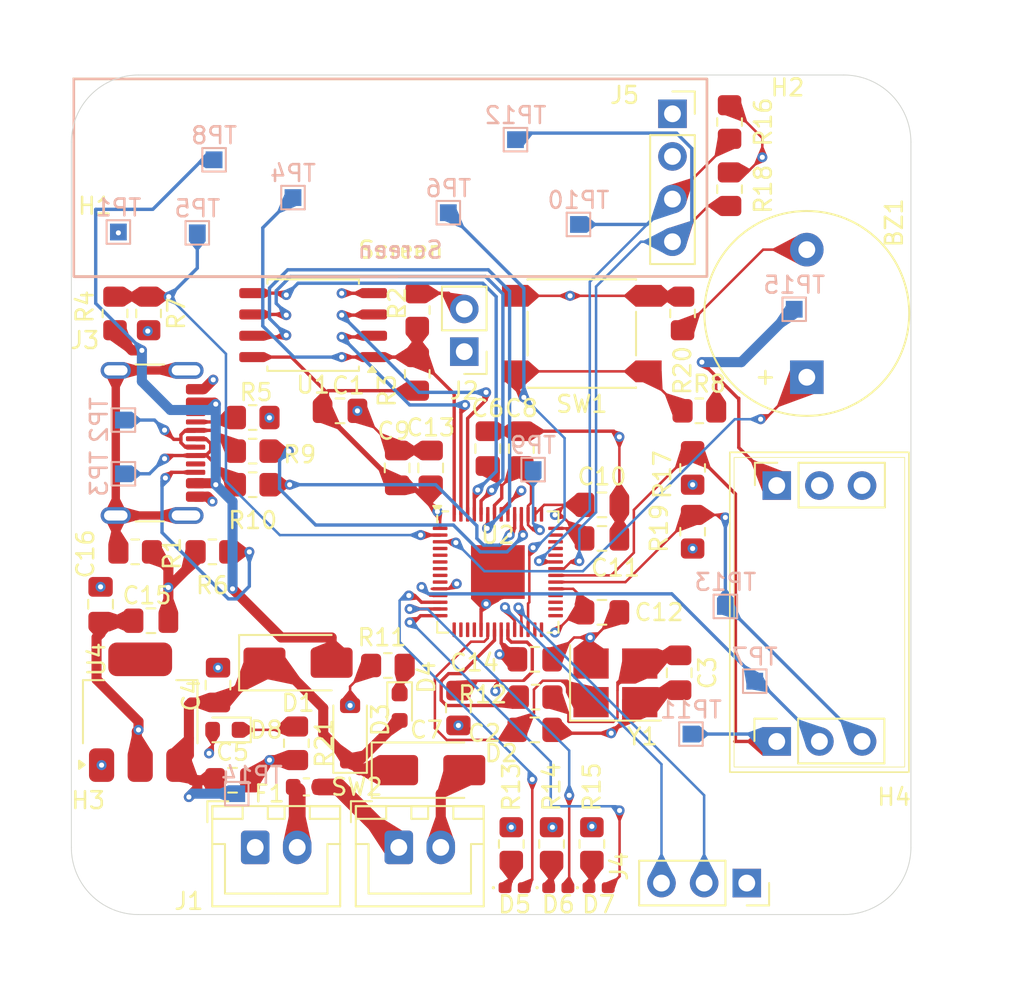
<source format=kicad_pcb>
(kicad_pcb (version 20240108) (generator "pcbnew") (generator_version "8.0")
  (layers (0 "F.Cu" signal) (1 "In1.Cu" signal) (2 "In2.Cu" signal) (31 "B.Cu" signal) (34 "B.Paste" user) (35 "F.Paste" user) (36 "B.SilkS" user "B.Silkscreen") (37 "F.SilkS" user "F.Silkscreen") (38 "B.Mask" user) (39 "F.Mask" user) (44 "Edge.Cuts" user))
  (net 0 "")
  (net 1 "+3V3")
  (net 2 "GND")
  (net 3 "/Battery")
  (net 4 "Net-(J2-Pin_2)")
  (net 5 "VBUS")
  (net 6 "Net-(J3-CC2)")
  (net 7 "D-")
  (net 8 "D+")
  (net 9 "Net-(J3-SHIELD)")
  (net 10 "Net-(J3-CC1)")
  (net 11 "/SWCLK")
  (net 12 "/SWD")
  (net 13 "I2C0_SCL")
  (net 14 "I2C0_SDA")
  (net 15 "/QSPI_SS")
  (net 16 "USB_DET")
  (net 17 "/RUN")
  (net 18 "/USB_D-")
  (net 19 "/USB_D+")
  (net 20 "INT_1")
  (net 21 "/QSPI_SD1")
  (net 22 "/QSPI_SD0")
  (net 23 "/QSPI_SD3")
  (net 24 "/QSPI_SD2")
  (net 25 "/QSPI_SCLK")
  (net 26 "/GPIO_6")
  (net 27 "+1V1")
  (net 28 "I2C1_SDA")
  (net 29 "/LED_RED")
  (net 30 "I2C1_SCL")
  (net 31 "/SPI1_CSn")
  (net 32 "/ADC_1")
  (net 33 "/GPIO_7")
  (net 34 "/SPI0_CSn")
  (net 35 "/CLK_GPIN0")
  (net 36 "/Xout")
  (net 37 "/SPI1_MOSI")
  (net 38 "/LED_YELLOW")
  (net 39 "/GPIO_5")
  (net 40 "/SPI1_MISO")
  (net 41 "/ADC_3")
  (net 42 "/SPI0_MISO")
  (net 43 "/GPIO_2")
  (net 44 "/LED_GREEN")
  (net 45 "/SPI1_SCK")
  (net 46 "/GPIO_3")
  (net 47 "/ADC_0")
  (net 48 "/SPI0_SCK")
  (net 49 "/GPIO_4")
  (net 50 "/GPIO_1_BUZZER")
  (net 51 "/XIN")
  (net 52 "/SPI0_MOSI")
  (net 53 "/CLK_GPOUT0")
  (net 54 "/ADC_2")
  (net 55 "Net-(C3-Pad1)")
  (net 56 "Net-(D5-K)")
  (net 57 "Net-(D6-K)")
  (net 58 "Net-(D7-K)")
  (net 59 "+BATT")
  (net 60 "Net-(D2-A)")
  (net 61 "Net-(D4-K)")
  (net 62 "Net-(D8-K)")
  (net 63 "Net-(SW2-A)")
  (net 64 "Net-(BZ1--)")
  (footprint "Resistor_SMD:R_0805_2012Metric_Pad1.20x1.40mm_HandSolder" (layer "F.Cu") (at 157 103.4 -90)
    (property "Reference" "R17")
    (property "Value" "4K7")
  )
  (footprint "Capacitor_SMD:C_0805_2012Metric_Pad1.18x1.45mm_HandSolder" (layer "F.Cu") (at 151.6 105.6)
    (property "Reference" "C10")
    (property "Value" "100nF")
  )
  (footprint "Capacitor_SMD:C_0805_2012Metric_Pad1.18x1.45mm_HandSolder" (layer "F.Cu") (at 146.8 102.25 -90)
    (property "Reference" "C8")
    (property "Value" "1uF")
  )
  (footprint "Capacitor_SMD:C_0805_2012Metric_Pad1.18x1.45mm_HandSolder" (layer "F.Cu") (at 141.4 103.4 -90)
    (property "Reference" "C13")
    (property "Value" "100nF")
  )
  (footprint "Fuse:Fuse_0603_1608Metric" (layer "F.Cu") (at 134 122.4 180)
    (property "Reference" "F1")
    (property "Value" "0.25A")
  )
  (footprint "Resistor_SMD:R_0805_2012Metric_Pad1.20x1.40mm_HandSolder" (layer "F.Cu") (at 151 125.8 90)
    (property "Reference" "R15")
    (property "Value" "130")
  )
  (footprint "Capacitor_SMD:C_0805_2012Metric_Pad1.18x1.45mm_HandSolder" (layer "F.Cu") (at 144.8 102.25 90)
    (property "Reference" "C6")
    (property "Value" "100nF")
  )
  (footprint "Resistor_SMD:R_0805_2012Metric_Pad1.20x1.40mm_HandSolder" (layer "F.Cu") (at 138.850139 115.166511 180)
    (property "Reference" "R11")
    (property "Value" "470R")
  )
  (footprint "Resistor_SMD:R_0805_2012Metric_Pad1.20x1.40mm_HandSolder" (layer "F.Cu") (at 159.2 86.8 90)
    (property "Reference" "R18")
    (property "Value" "4K7")
  )
  (footprint "Resistor_SMD:R_0805_2012Metric_Pad1.20x1.40mm_HandSolder" (layer "F.Cu") (at 133.4 119.8 -90)
    (property "Reference" "R21")
    (property "Value" "360R")
  )
  (footprint "Resistor_SMD:R_0805_2012Metric_Pad1.20x1.40mm_HandSolder" (layer "F.Cu") (at 140.6 94 -90)
    (property "Reference" "R2")
    (property "Value" "1k")
  )
  (footprint "Capacitor_SMD:C_0805_2012Metric_Pad1.18x1.45mm_HandSolder" (layer "F.Cu") (at 128.734047 116.333488 90)
    (property "Reference" "C4")
    (property "Value" "10uF")
  )
  (footprint "Diode_SMD:D_SMA" (layer "F.Cu") (at 133.5 115)
    (property "Reference" "D1")
    (property "Value" "D_Schottky")
  )
  (footprint "Resistor_SMD:R_0805_2012Metric_Pad1.20x1.40mm_HandSolder" (layer "F.Cu") (at 146.2 125.8 90)
    (property "Reference" "R13")
    (property "Value" "130")
  )
  (footprint "Resistor_SMD:R_0805_2012Metric_Pad1.20x1.40mm_HandSolder" (layer "F.Cu") (at 124.6 94.2 -90)
    (property "Reference" "R7")
    (property "Value" "10k")
  )
  (footprint "Capacitor_SMD:C_0805_2012Metric_Pad1.18x1.45mm_HandSolder" (layer "F.Cu") (at 136 100 180)
    (property "Reference" "C1")
    (property "Value" "100nF")
  )
  (footprint "Connector_PinSocket_2.54mm:PinSocket_1x03_P2.54mm_Vertical" (layer "F.Cu") (at 160.225 128.125 -90)
    (property "Reference" "J4")
    (property "Value" "Conn_01x03")
  )
  (footprint "Package_SO:SOIC-8_5.23x5.23mm_P1.27mm" (layer "F.Cu") (at 134.4 94.895 180)
    (property "Reference" "U1")
    (property "Value" "W25Q128JVPIQ TR")
  )
  (footprint "Capacitor_SMD:C_0805_2012Metric_Pad1.18x1.45mm_HandSolder" (layer "F.Cu") (at 129.6 122)
    (property "Reference" "C5")
    (property "Value" "100nF")
  )
  (footprint "Resistor_SMD:R_0805_2012Metric_Pad1.20x1.40mm_HandSolder" (layer "F.Cu") (at 130.8 102.4)
    (property "Reference" "R9")
    (property "Value" "27.4")
  )
  (footprint "Resistor_SMD:R_0805_2012Metric_Pad1.20x1.40mm_HandSolder" (layer "F.Cu") (at 157.4 100)
    (property "Reference" "R8")
    (property "Value" "10k")
  )
  (footprint "Resistor_SMD:R_0805_2012Metric_Pad1.20x1.40mm_HandSolder" (layer "F.Cu") (at 140.6 97.8 90)
    (property "Reference" "R3")
    (property "Value" "DNP")
  )
  (footprint "Capacitor_SMD:C_0805_2012Metric_Pad1.18x1.45mm_HandSolder" (layer "F.Cu") (at 143.05 117.7 -90)
    (property "Reference" "C7")
    (property "Value" "100nF")
  )
  (footprint "Resistor_SMD:R_0805_2012Metric_Pad1.20x1.40mm_HandSolder" (layer "F.Cu") (at 128.4 108.4)
    (property "Reference" "R6")
    (property "Value" "5.1k")
  )
  (footprint "Connector_JST:JST_XH_B2B-XH-A_1x02_P2.50mm_Vertical" (layer "F.Cu") (at 139.5 126)
    (property "Reference" "SW2")
    (property "Value" "SW_SPST")
  )
  (footprint "Capacitor_SMD:C_0805_2012Metric_Pad1.18x1.45mm_HandSolder" (layer "F.Cu") (at 151.6 112)
    (property "Reference" "C12")
    (property "Value" "100nF")
  )
  (footprint "Diode_SMD:D_SMA" (layer "F.Cu") (at 141.4 121.4)
    (property "Reference" "D2")
    (property "Value" "D_Schottky")
  )
  (footprint "Package_DFN_QFN:QFN-56-1EP_7x7mm_P0.4mm_EP3.2x3.2mm" (layer "F.Cu") (at 145.4 109.6)
    (property "Reference" "U2")
    (property "Value" "RP2040")
  )
  (footprint "Capacitor_SMD:C_0805_2012Metric_Pad1.18x1.45mm_HandSolder" (layer "F.Cu") (at 156.2 115.6 -90)
    (property "Reference" "C3")
    (property "Value" "20pF")
  )
  (footprint "Connector_JST:JST_XH_B2B-XH-A_1x02_P2.50mm_Vertical" (layer "F.Cu") (at 130.95 126)
    (property "Reference" "J1")
    (property "Value" "Conn_01x02")
  )
  (footprint "Resistor_SMD:R_0805_2012Metric_Pad1.20x1.40mm_HandSolder" (layer "F.Cu") (at 159.2 82.8 90)
    (property "Reference" "R16")
    (property "Value" "4K7")
  )
  (footprint "Capacitor_SMD:C_0805_2012Metric_Pad1.18x1.45mm_HandSolder" (layer "F.Cu") (at 139.4 103.4 90)
    (property "Reference" "C9")
    (property "Value" "100nF")
  )
  (footprint "MountingHole:MountingHole_3.2mm_M3" (layer "F.Cu") (at 166 126)
    (property "Reference" "H4")
    (property "Value" "MountingHole")
  )
  (footprint "Footprints:UCA_Sense" (layer "F.Cu") (at 164.55 111.994 90)
    (property "Reference" "U3" (hide yes))
    (property "Value" "~")
  )
  (footprint "LED_SMD:LED_0603_1608Metric" (layer "F.Cu") (at 139.55 117.65 -90)
    (property "Reference" "D4")
    (property "Value" "Orange LED")
  )
  (footprint "Capacitor_SMD:C_0805_2012Metric_Pad1.18x1.45mm_HandSolder" (layer "F.Cu") (at 151.6 107.6)
    (property "Reference" "C11")
    (property "Value" "100nF")
  )
  (footprint "Connector_PinHeader_2.54mm:PinHeader_1x02_P2.54mm_Vertical" (layer "F.Cu") (at 143.4 96.475 180)
    (property "Reference" "J2")
    (property "Value" "Conn_01x02")
  )
  (footprint "Diode_SMD:D_SOD-123" (layer "F.Cu") (at 136.6 119.2 90)
    (property "Reference" "D3")
    (property "Value" "D_Zener")
  )
  (footprint "Resistor_SMD:R_0805_2012Metric_Pad1.20x1.40mm_HandSolder" (layer "F.Cu") (at 122.6 94.2 90)
    (property "Reference" "R4")
    (property "Value" "5.6k")
  )
  (footprint "MountingHole:MountingHole_3.2mm_M3" (layer "F.Cu") (at 124 84)
    (property "Reference" "H1")
    (property "Value" "MountingHole")
  )
  (footprint "Capacitor_SMD:C_0805_2012Metric_Pad1.18x1.45mm_HandSolder" (layer "F.Cu") (at 121.739283 111.520276 90)
    (property "Reference" "C16")
    (property "Value" "10uF")
  )
  (footprint "LED_SMD:LED_0402_1005Metric_Pad0.77x0.64mm_HandSolder" (layer "F.Cu") (at 151.4 128.4)
    (property "Reference" "D7")
    (property "Value" "LED")
  )
  (footprint "Buzzer_Beeper:Buzzer_12x9.5RM7.6" (layer "F.Cu") (at 163.8 98 90)
    (property "Reference" "BZ1")
    (property "Value" "Buzzer")
  )
  (footprint "Connector_PinSocket_2.54mm:PinSocket_1x04_P2.54mm_Vertical" (layer "F.Cu") (at 155.8 82.3097)
    (property "Reference" "J5")
    (property "Value" "Conn_01x04")
  )
  (footprint "Resistor_SMD:R_0805_2012Metric_Pad1.20x1.40mm_HandSolder" (layer "F.Cu") (at 147.65 117.05)
    (property "Reference" "R12")
    (property "Value" "1k")
  )
  (footprint "Capacitor_SMD:C_0805_2012Metric_Pad1.18x1.45mm_HandSolder" (layer "F.Cu") (at 147.6 114.8 180)
    (property "Reference" "C14")
    (property "Value" "1uF")
  )
  (footprint "MountingHole:MountingHole_3.2mm_M3" (layer "F.Cu") (at 124 126)
    (property "Reference" "H3")
    (property "Value" "MountingHole")
  )
  (footprint "LED_SMD:LED_0402_1005Metric_Pad0.77x0.64mm_HandSolder" (layer "F.Cu") (at 149 128.4)
    (property "Reference" "D6")
    (property "Value" "LED")
  )
  (footprint "LED_SMD:LED_0603_1608Metric" (layer "F.Cu") (at 129.2 119 180)
    (property "Reference" "D8")
    (property "Value" "Green LED")
  )
  (footprint "MountingHole:MountingHole_3.2mm_M3" (layer "F.Cu") (at 166 84)
    (property "Reference" "H2")
    (property "Value" "MountingHole")
  )
  (footprint "Resistor_SMD:R_0805_2012Metric_Pad1.20x1.40mm_HandSolder" (layer "F.Cu") (at 157 107.2 -90)
    (property "Reference" "R19")
    (property "Value" "4K7")
  )
  (footprint "Resistor_SMD:R_0805_2012Metric_Pad1.20x1.40mm_HandSolder" (layer "F.Cu") (at 148.6 125.8 90)
    (property "Reference" "R14")
    (property "Value" "130")
  )
  (footprint "LED_SMD:LED_0402_1005Metric_Pad0.77x0.64mm_HandSolder" (layer "F.Cu") (at 146.4 128.4)
    (property "Reference" "D5")
    (property "Value" "LED")
  )
  (footprint "Crystal:Crystal_SMD_3225-4Pin_3.2x2.5mm_HandSoldering" (layer "F.Cu") (at 152.4 116.2)
    (property "Reference" "Y1")
    (property "Value" "12MHz")
  )
  (footprint "Resistor_SMD:R_0805_2012Metric_Pad1.20x1.40mm_HandSolder" (layer "F.Cu") (at 156.4 94.2 -90)
    (property "Reference" "R20")
    (property "Value" "R")
  )
  (footprint "Resistor_SMD:R_0805_2012Metric_Pad1.20x1.40mm_HandSolder" (layer "F.Cu") (at 123.8 108.4)
    (property "Reference" "R1")
    (property "Value" "0R")
  )
  (footprint "Resistor_SMD:R_0805_2012Metric_Pad1.20x1.40mm_HandSolder" (layer "F.Cu") (at 130.8 100.4)
    (property "Reference" "R5")
    (property "Value" "5.1k")
  )
  (footprint "Package_TO_SOT_SMD:SOT-223" (layer "F.Cu") (at 124.1 117.95 90)
    (property "Reference" "U4")
    (property "Value" "Voltage Regulator")
  )
  (footprint "Connector_USB:USB_C_Receptacle_GCT_USB4105-xx-A_16P_TopMnt_Horizontal" (layer "F.Cu") (at 123.72 101.9128 -90)
    (property "Reference" "J3")
    (property "Value" "USB_C_Receptacle_USB2.0_14P")
  )
  (footprint "Resistor_SMD:R_0805_2012Metric_Pad1.20x1.40mm_HandSolder" (layer "F.Cu") (at 130.8 104.4)
    (property "Reference" "R10")
    (property "Value" "27.4")
  )
  (footprint "Capacitor_SMD:C_0805_2012Metric_Pad1.18x1.45mm_HandSolder" (layer "F.Cu") (at 147.6 119)
    (property "Reference" "C2")
    (property "Value" "20pF")
  )
  (footprint "Capacitor_SMD:C_0805_2012Metric_Pad1.18x1.45mm_HandSolder" (layer "F.Cu") (at 124.739283 112.5)
    (property "Reference" "C15")
    (property "Value" "100nF")
  )
  (footprint "Button_Switch_SMD:SW_SPST_PTS645" (layer "F.Cu") (at 150.4 95.4)
    (property "Reference" "SW1")
    (property "Value" "Reset")
  )
  (footprint "TestPoint:TestPoint_Pad_1.0x1.0mm" (layer "B.Cu") (at 133.2 87.3 180)
    (property "Reference" "TP4")
    (property "Value" "USB_BOOT")
  )
  (footprint "TestPoint:TestPoint_Pad_1.0x1.0mm" (layer "B.Cu") (at 156.9 119.25 180)
    (property "Reference" "TP11")
    (property "Value" "I2C1_SCL")
  )
  (footprint "TestPoint:TestPoint_Pad_1.0x1.0mm" (layer "B.Cu") (at 146.45 83.85 180)
    (property "Reference" "TP12")
    (property "Value" "I2C0_SDA")
  )
  (footprint "TestPoint:TestPoint_Pad_1.0x1.0mm" (layer "B.Cu") (at 123.1 100.55 -90)
    (property "Reference" "TP2")
    (property "Value" "D-")
  )
  (footprint "TestPoint:TestPoint_Pad_1.0x1.0mm" (layer "B.Cu") (at 123.1 103.75 -90)
    (property "Reference" "TP3")
    (property "Value" "D+")
  )
  (footprint "TestPoint:TestPoint_Pad_1.0x1.0mm" (layer "B.Cu") (at 163.05 93.95 180)
    (property "Reference" "TP15")
    (property "Value" "3V3")
  )
  (footprint "TestPoint:TestPoint_Pad_1.0x1.0mm" (layer "B.Cu") (at 127.5 89.4 180)
    (property "Reference" "TP5")
    (property "Value" "USB_DET")
  )
  (footprint "TestPoint:TestPoint_Pad_1.0x1.0mm" (layer "B.Cu") (at 142.45 88.2 180)
    (property "Reference" "TP6")
    (property "Value" "RST")
  )
  (footprint "TestPoint:TestPoint_Pad_1.0x1.0mm" (layer "B.Cu") (at 147.5 103.5 180)
    (property "Reference" "TP9")
    (property "Value" "1V1")
  )
  (footprint "TestPoint:TestPoint_Pad_1.0x1.0mm" (layer "B.Cu") (at 128.5 85.05 180)
    (property "Reference" "TP8")
    (property "Value" "VBUS")
  )
  (footprint "TestPoint:TestPoint_Pad_1.0x1.0mm" (layer "B.Cu") (at 129.85 122.8 180)
    (property "Reference" "TP14")
    (property "Value" "BATT")
  )
  (footprint "TestPoint:TestPoint_Pad_1.0x1.0mm" (layer "B.Cu") (at 158.95 111.65 180)
    (property "Reference" "TP13")
    (property "Value" "I2C1_SDA")
  )
  (footprint "TestPoint:TestPoint_Pad_1.0x1.0mm" (layer "B.Cu") (at 160.7 116.1 180)
    (property "Reference" "TP7")
    (property "Value" "INT_1")
  )
  (footprint "TestPoint:TestPoint_Pad_1.0x1.0mm" (layer "B.Cu") (at 150.2 88.9 180)
    (property "Reference" "TP10")
    (property "Value" "I2C0_SCL")
  )
  (footprint "TestPoint:TestPoint_Pad_1.0x1.0mm" (layer "B.Cu") (at 122.8 89.35 180)
    (property "Reference" "TP1")
    (property "Value" "GND")
  )
  (gr_line (start 139.416171 92.0206) (end 120.184489 92.020513) (stroke (width 0.15)) (layer "B.SilkS"))
  (gr_rect (start 120.1465 80.235) (end 157.8535 92) (stroke (width 0.15)) (fill none) (layer "B.SilkS"))
  (gr_rect (start 120.1465 80.235) (end 157.8535 92) (stroke (width 0.15)) (fill none) (layer "F.SilkS"))
  (gr_line (start 120 126) (end 120 84) (stroke (width 0.05)) (layer "Edge.Cuts"))
  (gr_arc (start 166 80) (mid 168.828427 81.171573) (end 170 84) (stroke (width 0.05)) (layer "Edge.Cuts"))
  (gr_line (start 124 80) (end 166 80) (stroke (width 0.05)) (layer "Edge.Cuts"))
  (gr_line (start 166 130) (end 124 130) (stroke (width 0.05)) (layer "Edge.Cuts"))
  (gr_arc (start 170 126) (mid 168.828427 128.828427) (end 166 130) (stroke (width 0.05)) (layer "Edge.Cuts"))
  (gr_line (start 170 84) (end 170 126) (stroke (width 0.05)) (layer "Edge.Cuts"))
  (gr_arc (start 120 84) (mid 121.171573 81.171573) (end 124 80) (stroke (width 0.05)) (layer "Edge.Cuts"))
  (gr_arc (start 124 130) (mid 121.171573 128.828427) (end 120 126) (stroke (width 0.05)) (layer "Edge.Cuts"))
  (gr_text "Screen" (at 142.207 91 0) (layer "B.SilkS") (effects (font (size 1 1) (thickness 0.155)) (justify left bottom mirror)))
  (gr_text "Screen" (at 137 91 0) (layer "F.SilkS") (effects (font (size 1 1) (thickness 0.155)) (justify left bottom)))
  (segment (start 142.761006 110.3) (end 142.461006 110.6) (width 0.15) (layer "F.Cu") (net 1))
  (segment (start 150.5625 105.6) (end 148.1625 105.6) (width 0.15) (layer "F.Cu") (net 1))
  (segment (start 134.9625 100) (end 135.2 99.7625) (width 0.3) (layer "F.Cu") (net 1))
  (segment (start 161.15 83.75) (end 161.15 84.9) (width 0.15) (layer "F.Cu") (net 1))
  (segment (start 141.9625 107) (end 141.9625 106.1625) (width 0.15) (layer "F.Cu") (net 1))
  (segment (start 159.75 102.19) (end 159.75 99.4) (width 0.2) (layer "F.Cu") (net 1))
  (segment (start 146.8 104.75) (end 146.8 104.863994) (width 0.15) (layer "F.Cu") (net 1))
  (segment (start 158.4 97.95) (end 157.55 97.1) (width 0.15) (layer "F.Cu") (net 1))
  (segment (start 150 112) (end 148.8 113.2) (width 0.15) (layer "F.Cu") (net 1))
  (segment (start 124 119) (end 123.9 119.1) (width 0.6) (layer "F.Cu") (net 1))
  (segment (start 148.1625 105.6) (end 147.6 106.1625) (width 0.15) (layer "F.Cu") (net 1))
  (segment (start 150.5625 107.6) (end 149.1625 106.2) (width 0.15) (layer "F.Cu") (net 1))
  (segment (start 159.75 99.4) (end 159.75 99.25) (width 0.2) (layer "F.Cu") (net 1))
  (segment (start 139.4 104.4375) (end 134.9625 100) (width 0.3) (layer "F.Cu") (net 1))
  (segment (start 121.759559 112.5375) (end 121.5 112.797059) (width 0.6) (layer "F.Cu") (net 1))
  (segment (start 135.3 98.8) (end 135.2 98.9) (width 0.2) (layer "F.Cu") (net 1))
  (segment (start 123.9 119.1) (end 123.9 121) (width 0.6) (layer "F.Cu") (net 1))
  (segment (start 140.6 98.8) (end 135.3 98.8) (width 0.2) (layer "F.Cu") (net 1))
  (segment (start 150.5625 111.275) (end 149.8875 110.6) (width 0.15) (layer "F.Cu") (net 1))
  (segment (start 121.5 113.5) (end 121.5 116) (width 0.6) (layer "F.Cu") (net 1))
  (segment (start 145.6 105.95) (end 146.8 104.75) (width 0.2) (layer "F.Cu") (net 1))
  (segment (start 159.2 85.8) (end 160.25 85.8) (width 0.15) (layer "F.Cu") (net 1))
  (segment (start 133.1 96.8) (end 130.8 96.8) (width 0.2) (layer "F.Cu") (net 1))
  (segment (start 121.739283 113.260717) (end 121.5 113.5) (width 0.6) (layer "F.Cu") (net 1))
  (segment (start 150.5625 107.6) (end 149.9625 107) (width 0.15) (layer "F.Cu") (net 1))
  (segment (start 141.9625 106.1625) (end 141.8 106) (width 0.15) (layer "F.Cu") (net 1))
  (segment (start 140.2375 104.4375) (end 139.4 104.4375) (width 0.3) (layer "F.Cu") (net 1))
  (segment (start 149.9625 107) (end 148.8375 107) (width 0.15) (layer "F.Cu") (net 1))
  (segment (start 142.461006 110.6) (end 141.9625 110.6) (width 0.15) (layer "F.Cu") (net 1))
  (segment (start 149.8875 110.6) (end 148.8375 110.6) (width 0.15) (layer "F.Cu") (net 1))
  (segment (start 124 118.5) (end 124 119) (width 0.6) (layer "F.Cu") (net 1))
  (segment (start 141.9625 110.6) (end 141.463994 110.6) (width 0.15) (layer "F.Cu") (net 1))
  (segment (start 149.4 105.6) (end 148.8 106.2) (width 0.15) (layer "F.Cu") (net 1))
  (segment (start 150.5625 112) (end 150.5625 111.275) (width 0.15) (layer "F.Cu") (net 1))
  (segment (start 128.412499 120.187501) (end 128.2 120.4) (width 0.15) (layer "F.Cu") (net 1))
  (segment (start 146 105.55) (end 146 106.1625) (width 0.2) (layer "F.Cu") (net 1))
  (segment (start 141.8 106) (end 140.2375 104.4375) (width 0.3) (layer "F.Cu") (net 1))
  (segment (start 145.6 106.1625) (end 145.6 105.95) (width 0.2) (layer "F.Cu") (net 1))
  (segment (start 159.75 99.3) (end 157.55 97.1) (width 0.2) (layer "F.Cu") (net 1))
  (segment (start 145.8 114.8) (end 145.5 114.5) (width 0.2) (layer "F.Cu") (net 1))
  (segment (start 145.6 113.0375) (end 145.6 113.8375) (width 0.2) (layer "F.Cu") (net 1))
  (segment (start 141.8 106) (end 141.4 105.6) (width 0.3) (layer "F.Cu") (net 1))
  (segment (start 150.5625 105.6) (end 149.4 105.6) (width 0.15) (layer "F.Cu") (net 1))
  (segment (start 141.4 105.6) (end 141.4 104.4375) (width 0.3) (layer "F.Cu") (net 1))
  (segment (start 146.5625 114.8) (end 145.8 114.8) (width 0.2) (layer "F.Cu") (net 1))
  (segment (start 159.2 81.8) (end 161.15 83.75) (width 0.15) (layer "F.Cu") (net 1))
  (segment (start 121.5 116) (end 124 118.5) (width 0.6) (layer "F.Cu") (net 1))
  (segment (start 160.25 85.8) (end 161.15 84.9) (width 0.15) (layer "F.Cu") (net 1))
  (segment (start 128.412499 119) (end 128.412499 120.187501) (width 0.15) (layer "F.Cu") (net 1))
  (segment (start 135.2 99.7625) (end 135.2 98.9) (width 0.3) (layer "F.Cu") (net 1))
  (segment (start 162.01 104.45) (end 159.75 102.19) (width 0.2) (layer "F.Cu") (net 1))
  (segment (start 159.75 99.4) (end 159.75 99.3) (width 0.2) (layer "F.Cu") (net 1))
  (segment (start 123.425 112.5375) (end 121.759559 112.5375) (width 0.6) (layer "F.Cu") (net 1))
  (segment (start 158.4 100) (end 158.4 97.95) (width 0.15) (layer "F.Cu") (net 1))
  (segment (start 142.95 110.3) (end 142.761006 110.3) (width 0.15) (layer "F.Cu") (net 1))
  (segment (start 149.1625 106.2) (end 148.8 106.2) (width 0.15) (layer "F.Cu") (net 1))
  (segment (start 135.2 98.9) (end 133.1 96.8) (width 0.2) (layer "F.Cu") (net 1))
  (segment (start 146.8 104.75) (end 146 105.55) (width 0.2) (layer "F.Cu") (net 1))
  (segment (start 145.6 113.8375) (end 146.5625 114.8) (width 0.2) (layer "F.Cu") (net 1))
  (segment (start 150.5625 112) (end 150 112) (width 0.15) (layer "F.Cu") (net 1))
  (segment (start 121.739283 112.557776) (end 121.739283 113.260717) (width 0.6) (layer "F.Cu") (net 1))
  (via (at 128.2 120.4) (size 0.6) (drill 0.3) (layers "F.Cu" "B.Cu") (net 1))
  (via (at 157 108.2) (size 0.6) (drill 0.3) (layers "F.Cu" "B.Cu") (net 1))
  (via (at 141.8 106) (size 0.6) (drill 0.3) (layers "F.Cu" "B.Cu") (net 1))
  (via (at 124 119) (size 0.6) (drill 0.3) (layers "F.Cu" "B.Cu") (net 1))
  (via (at 148.8 113.2) (size 0.6) (drill 0.3) (layers "F.Cu" "B.Cu") (net 1))
  (via (at 145.5 114.5) (size 0.6) (drill 0.3) (layers "F.Cu" "B.Cu") (net 1))
  (via (at 148.8 106.2) (size 0.6) (drill 0.3) (layers "F.Cu" "B.Cu") (net 1))
  (via (at 146.8 104.75) (size 0.6) (drill 0.3) (layers "F.Cu" "B.Cu") (net 1))
  (via (at 161.15 84.9) (size 0.6) (drill 0.3) (layers "F.Cu" "B.Cu") (net 1))
  (via (at 157 104.4) (size 0.6) (drill 0.3) (layers "F.Cu" "B.Cu") (net 1))
  (via (at 142.95 110.3) (size 0.6) (drill 0.3) (layers "F.Cu" "B.Cu") (net 1))
  (via (at 157.55 97.1) (size 0.6) (drill 0.3) (layers "F.Cu" "B.Cu") (net 1))
  (segment (start 157.55 97.1) (end 159.9 97.1) (width 0.6) (layer "B.Cu") (net 1))
  (segment (start 159.9 97.1) (end 163.05 93.95) (width 0.6) (layer "B.Cu") (net 1))
  (segment (start 148.8375 119.2) (end 148.6375 119) (width 0.2) (layer "F.Cu") (net 2))
  (segment (start 152.15 119.2) (end 153.85 117.5) (width 0.2) (layer "F.Cu") (net 2))
  (segment (start 154.5625 116.6375) (end 153.85 117.35) (width 0.15) (layer "F.Cu") (net 2))
  (segment (start 127.4 108.4) (end 127.4 108.897059) (width 0.6) (layer "F.Cu") (net 2))
  (segment (start 144.8 101.2125) (end 146.8 101.2125) (width 0.2) (layer "F.Cu") (net 2))
  (segment (start 136.1 93) (end 137.99 93) (width 0.2) (layer "F.Cu") (net 2))
  (segment (start 156.4 93.2) (end 154.43 93.2) (width 0.15) (layer "F.Cu") (net 2))
  (segment (start 144.7 111.5) (end 145.4 110.8) (width 0.6) (layer "F.Cu") (net 2))
  (segment (start 144.4 113.0375) (end 144.4 111.8) (width 0.2) (layer "F.Cu") (net 2))
  (segment (start 154.43 93.2) (end 154.38 93.15) (width 0.15) (layer "F.Cu") (net 2))
  (segment (start 153.45 117.35) (end 153.85 117.35) (width 0.15) (layer "F.Cu") (net 2))
  (segment (start 152.3 101.2125) (end 152.6375 101.55) (width 0.2) (layer "F.Cu") (net 2))
  (segment (start 136.6 117.55) (end 136.6 116.41665) (width 0.15) (layer "F.Cu") (net 2))
  (segment (start 128.1128 105.1128) (end 128.4 105.4) (width 0.6) (layer "F.Cu") (net 2))
  (segment (start 151.15 115.05) (end 150.95 115.05) (width 0.15) (layer "F.Cu") (net 2))
  (segment (start 149.9375 113.5) (end 148.6375 114.8) (width 0.15) (layer "F.Cu") (net 2))
  (segment (start 127.8872 98.7128) (end 127.4 98.7128) (width 0.3) (layer "F.Cu") (net 2))
  (segment (start 137.89 92.99) (end 137.7 92.8) (width 0.2) (layer "F.Cu") (net 2))
  (segment (start 137.99 93) (end 138 92.99) (width 0.2) (layer "F.Cu") (net 2))
  (segment (start 154.38 93.15) (end 149.7 93.15) (width 0.15) (layer "F.Cu") (net 2))
  (segment (start 150.9 113.5) (end 151.1375 113.5) (width 0.15) (layer "F.Cu") (net 2))
  (segment (start 127.4 105.1128) (end 128.1128 105.1128) (width 0.6) (layer "F.Cu") (net 2))
  (segment (start 151.1375 113.5) (end 152.6375 112) (width 0.15) (layer "F.Cu") (net 2))
  (segment (start 153.85 117.5) (end 153.85 117.35) (width 0.2) (layer "F.Cu") (net 2))
  (segment (start 127.4 108.897059) (end 125.776783 110.520276) (width 0.6) (layer "F.Cu") (net 2))
  (segment (start 128.45 98.15) (end 127.8872 98.7128) (width 0.6) (layer "F.Cu") (net 2))
  (segment (start 138 92.99) (end 137.89 92.99) (width 0.2) (layer "F.Cu") (net 2))
  (segment (start 152.6375 101.55) (end 152.6375 105.6) (width 0.15) (layer "F.Cu") (net 2))
  (segment (start 136.6 116.41665) (end 137.850139 115.166511) (width 0.15) (layer "F.Cu") (net 2))
  (segment (start 130.6375 122) (end 131.8375 120.8) (width 0.6) (layer "F.Cu") (net 2))
  (segment (start 141.4 102.3625) (end 139.4 102.3625) (width 0.15) (layer "F.Cu") (net 2))
  (segment (start 144.4 111.8) (end 144.7 111.5) (width 0.2) (layer "F.Cu") (net 2))
  (segment (start 125.776783 112.5) (end 125.938059 112.5) (width 0.2) (layer "F.Cu") (net 2))
  (segment (start 145.4 110.8) (end 145.4 109.6) (width 0.6) (layer "F.Cu") (net 2))
  (segment (start 152.15 119.2) (end 148.8375 119.2) (width 0.2) (layer "F.Cu") (net 2))
  (segment (start 137.0375 100) (end 139.4 102.3625) (width 0.15) (layer "F.Cu") (net 2))
  (segment (start 125.776783 109.376783) (end 124.8 108.4) (width 0.6) (layer "F.Cu") (net 2))
  (segment (start 156.2 116.6375) (end 154.5625 116.6375) (width 0.15) (layer "F.Cu") (net 2))
  (segment (start 149.7 93.15) (end 146.42 93.15) (width 0.15) (layer "F.Cu") (net 2))
  (segment (start 125.776783 110.520276) (end 125.776783 109.376783) (width 0.6) (layer "F.Cu") (net 2))
  (segment (start 150.9 113.5) (end 149.9375 113.5) (width 0.15) (layer "F.Cu") (net 2))
  (segment (start 150.9 115) (end 150.95 115.05) (width 0.15) (layer "F.Cu") (net 2))
  (segment (start 146.8 101.2125) (end 152.3 101.2125) (width 0.2) (layer "F.Cu") (net 2))
  (segment (start 152.6375 105.6) (end 152.6375 107.6) (width 0.15) (layer "F.Cu") (net 2))
  (segment (start 150.9 113.5) (end 150.9 115) (width 0.15) (layer "F.Cu") (net 2))
  (segment (start 125.776783 110.520276) (end 125.776783 112.520276) (width 0.6) (layer "F.Cu") (net 2))
  (segment (start 131.8375 120.8) (end 133.4 120.8) (width 0.6) (layer "F.Cu") (net 2))
  (segment (start 152.6375 101.55) (end 152.625 101.5625) (width 0.15) (layer "F.Cu") (net 2))
  (via (at 122.8 89.4) (size 0.6) (drill 0.3) (layers "F.Cu" "B.Cu") (net 2))
  (via (at 151 124.75) (size 0.6) (drill 0.3) (layers "F.Cu" "B.Cu") (net 2))
  (via (at 131.8 120.8) (size 0.6) (drill 0.3) (layers "F.Cu" "B.Cu") (net 2))
  (via (at 136.6 117.55) (size 0.6) (drill 0.3) (layers "F.Cu" "B.Cu") (net 2))
  (via (at 121.739283 110.482776) (size 0.6) (drill 0.3) (layers "F.Cu" "B.Cu") (net 2))
  (via (at 143.05 118.7375) (size 0.6) (drill 0.3) (layers "F.Cu" "B.Cu") (net 2))
  (via (at 137.0375 100) (size 0.6) (drill 0.3) (layers "F.Cu" "B.Cu") (net 2))
  (via (at 148.65 124.8) (size 0.6) (drill 0.3) (layers "F.Cu" "B.Cu") (net 2))
  (via (at 131.796222 100.411232) (size 0.6) (drill 0.3) (layers "F.Cu" "B.Cu") (net 2))
  (via (at 136.1 93) (size 0.6) (drill 0.3) (layers "F.Cu" "B.Cu") (net 2))
  (via (at 152.6375 101.55) (size 0.6) (drill 0.3) (layers "F.Cu" "B.Cu") (net 2))
  (via (at 125.776783 110.520276) (size 0.6) (drill 0.3) (layers "F.Cu" "B.Cu") (net 2))
  (via (at 144.7 111.5) (size 0.6) (drill 0.3) (layers "F.Cu" "B.Cu") (net 2))
  (via (at 152.15 119.2) (size 0.6) (drill 0.3) (layers "F.Cu" "B.Cu") (net 2))
  (via (at 128.45 98.15) (size 0.6) (drill 0.3) (layers "F.Cu" "B.Cu") (net 2))
  (via (at 146.2 124.8) (size 0.6) (drill 0.3) (layers "F.Cu" "B.Cu") (net 2))
  (via (at 128.734047 115.295988) (size 0.6) (drill 0.3) (layers "F.Cu" "B.Cu") (net 2))
  (via (at 121.8 121.1) (size 0.6) (drill 0.3) (layers "F.Cu" "B.Cu") (net 2))
  (via (at 150.9 113.5) (size 0.6) (drill 0.3) (layers "F.Cu" "B.Cu") (net 2))
  (via (at 128.4 105.4) (size 0.6) (drill 0.3) (layers "F.Cu" "B.Cu") (net 2))
  (via (at 124.55 95.25) (size 0.6) (drill 0.3) (layers "F.Cu" "B.Cu") (net 2))
  (via (at 149.7 93.15) (size 0.6) (drill 0.3) (layers "F.Cu" "B.Cu") (net 2))
  (segment (start 133.45 125.85) (end 133.2 125.6) (width 0.2) (layer "F.Cu") (net 3))
  (segment (start 133.45 126) (end 133.45 122.6375) (width 1) (layer "F.Cu") (net 3))
  (segment (start 133.45 126) (end 133.45 125.85) (width 0.2) (layer "F.Cu") (net 3))
  (segment (start 133.45 122.6375) (end 133.2125 122.4) (width 0.2) (layer "F.Cu") (net 3))
  (segment (start 140.6 93) (end 142.465 93) (width 0.2) (layer "F.Cu") (net 4))
  (segment (start 142.465 93) (end 143.4 93.935) (width 0.2) (layer "F.Cu") (net 4))
  (segment (start 132.5 113.5) (end 135.5 113.5) (width 0.6) (layer "F.Cu") (net 5))
  (segment (start 122.6 95.2) (end 122.4 95.2) (width 0.6) (layer "F.Cu") (net 5))
  (segment (start 128.5128 104.3128) (end 128.6 104.4) (width 0.6) (layer "F.Cu") (net 5))
  (segment (start 123.6 96.4) (end 124.2 96.4) (width 0.6) (layer "F.Cu") (net 5))
  (segment (start 128.5128 99.5128) (end 128.6 99.6) (width 0.6) (layer "F.Cu") (net 5))
  (segment (start 122.4 95.2) (end 123.6 96.4) (width 0.6) (layer "F.Cu") (net 5))
  (segment (start 127.4 104.3128) (end 128.5128 104.3128) (width 0.6) (layer "F.Cu") (net 5))
  (segment (start 127.4 99.5128) (end 128.5128 99.5128) (width 0.6) (layer "F.Cu") (net 5))
  (segment (start 129.6 110.6) (end 132.5 113.5) (width 0.6) (layer "F.Cu") (net 5))
  (segment (start 135.5 113.5) (end 135.5 115) (width 0.6) (layer "F.Cu") (net 5))
  (via (at 129.6 110.6) (size 0.6) (drill 0.3) (layers "F.Cu" "B.Cu") (net 5))
  (via (at 124.2 96.4) (size 0.6) (drill 0.3) (layers "F.Cu" "B.Cu") (net 5))
  (via (at 128.6 104.4) (size 0.6) (drill 0.3) (layers "F.Cu" "B.Cu") (net 5))
  (via (at 128.6 99.6) (size 0.6) (drill 0.3) (layers "F.Cu" "B.Cu") (net 5))
  (segment (start 124.85 88) (end 121.45 88) (width 0.2) (layer "B.Cu") (net 5))
  (segment (start 127.8 85.05) (end 124.85 88) (width 0.2) (layer "B.Cu") (net 5))
  (segment (start 128.25 99.95) (end 128.6 99.6) (width 0.6) (layer "B.Cu") (net 5))
  (segment (start 125.9 99.95) (end 128.25 99.95) (width 0.6) (layer "B.Cu") (net 5))
  (segment (start 124.2 96.4) (end 124.2 98.25) (width 0.6) (layer "B.Cu") (net 5))
  (segment (start 124.2 98.25) (end 125.9 99.95) (width 0.6) (layer "B.Cu") (net 5))
  (segment (start 129.6 110.6) (end 129.6 105.4) (width 0.6) (layer "B.Cu") (net 5))
  (segment (start 129.6 105.4) (end 128.6 104.4) (width 0.6) (layer "B.Cu") (net 5))
  (segment (start 121.45 88) (end 121.45 93.6) (width 0.2) (layer "B.Cu") (net 5))
  (segment (start 124.2 96.35) (end 124.2 96.4) (width 0.2) (layer "B.Cu") (net 5))
  (segment (start 121.45 93.6) (end 124.2 96.35) (width 0.2) (layer "B.Cu") (net 5))
  (segment (start 128.5 85.05) (end 127.8 85.05) (width 0.2) (layer "B.Cu") (net 5))
  (segment (start 128.6 104.4) (end 128.6 99.6) (width 0.6) (layer "B.Cu") (net 5))
  (segment (start 129.4 108.4) (end 130.6 108.4) (width 0.2) (layer "F.Cu") (net 6))
  (segment (start 125.9372 103.6628) (end 127.4 103.6628) (width 0.2) (layer "F.Cu") (net 6))
  (segment (start 125.6 104) (end 125.9372 103.6628) (width 0.2) (layer "F.Cu") (net 6))
  (via (at 130.6 108.4) (size 0.6) (drill 0.3) (layers "F.Cu" "B.Cu") (net 6))
  (via (at 125.6 104) (size 0.6) (drill 0.3) (layers "F.Cu" "B.Cu") (net 6))
  (segment (start 129.848529 111.2) (end 129.351471 111.2) (width 0.2) (layer "B.Cu") (net 6))
  (segment (start 130.6 108.4) (end 130.6 110.448529) (width 0.2) (layer "B.Cu") (net 6))
  (segment (start 125.4 107.248529) (end 125.4 104.2) (width 0.2) (layer "B.Cu") (net 6))
  (segment (start 129.351471 111.2) (end 125.4 107.248529) (width 0.2) (layer "B.Cu") (net 6))
  (segment (start 130.6 110.448529) (end 129.848529 111.2) (width 0.2) (layer "B.Cu") (net 6))
  (segment (start 125.4 104.2) (end 125.6 104) (width 0.2) (layer "B.Cu") (net 6))
  (segment (start 126.79259 102.1628) (end 126.525 101.89521) (width 0.2) (layer "F.Cu") (net 7))
  (segment (start 126.525 101.43039) (end 126.79259 101.1628) (width 0.2) (layer "F.Cu") (net 7))
  (segment (start 126.79259 101.1628) (end 127.4 101.1628) (width 0.2) (layer "F.Cu") (net 7))
  (segment (start 126.525 101.7) (end 126.1 101.7) (width 0.2) (layer "F.Cu") (net 7))
  (segment (start 129.8 102.4) (end 128.5628 101.1628) (width 0.2) (layer "F.Cu") (net 7))
  (segment (start 126.525 101.89521) (end 126.525 101.7) (width 0.2) (layer "F.Cu") (net 7))
  (segment (start 127.4 102.1628) (end 126.79259 102.1628) (width 0.2) (layer "F.Cu") (net 7))
  (segment (start 126.1 101.7) (end 125.55 101.15) (width 0.2) (layer "F.Cu") (net 7))
  (segment (start 126.525 101.7) (end 126.525 101.43039) (width 0.2) (layer "F.Cu") (net 7))
  (segment (start 128.5628 101.1628) (end 127.4 101.1628) (width 0.2) (layer "F.Cu") (net 7))
  (via (at 125.55 101.15) (size 0.6) (drill 0.3) (layers "F.Cu" "B.Cu") (net 7))
  (segment (start 123.1 100.55) (end 124.95 100.55) (width 0.2) (layer "B.Cu") (net 7))
  (segment (start 124.95 100.55) (end 125.55 101.15) (width 0.2) (layer "B.Cu") (net 7))
  (segment (start 129.8 104.4) (end 128.0628 102.6628) (width 0.2) (layer "F.Cu") (net 8))
  (segment (start 128.00741 102.6628) (end 127.4 102.6628) (width 0.2) (layer "F.Cu") (net 8))
  (segment (start 125.7372 102.6628) (end 125.55 102.85) (width 0.2) (layer "F.Cu") (net 8))
  (segment (start 128.3 102.37021) (end 128.00741 102.6628) (width 0.2) (layer "F.Cu") (net 8))
  (segment (start 127.4 102.6628) (end 125.7372 102.6628) (width 0.2) (layer "F.Cu") (net 8))
  (segment (start 128.0628 102.6628) (end 127.4 102.6628) (width 0.2) (layer "F.Cu") (net 8))
  (segment (start 128.00741 101.6628) (end 128.3 101.95539) (width 0.2) (layer "F.Cu") (net 8))
  (segment (start 127.4 101.6628) (end 128.00741 101.6628) (width 0.2) (layer "F.Cu") (net 8))
  (segment (start 128.3 101.95539) (end 128.3 102.37021) (width 0.2) (layer "F.Cu") (net 8))
  (via (at 125.55 102.85) (size 0.6) (drill 0.3) (layers "F.Cu" "B.Cu") (net 8))
  (segment (start 124.65 103.75) (end 125.55 102.85) (width 0.2) (layer "B.Cu") (net 8))
  (segment (start 123.1 103.75) (end 124.65 103.75) (width 0.2) (layer "B.Cu") (net 8))
  (segment (start 126.825 97.5928) (end 122.645 97.5928) (width 0.5) (layer "F.Cu") (net 9))
  (segment (start 122.645 108.245) (end 122.8 108.4) (width 0.5) (layer "F.Cu") (net 9))
  (segment (start 122.645 106.2328) (end 126.825 106.2328) (width 0.5) (layer "F.Cu") (net 9))
  (segment (start 122.645 106.2328) (end 122.645 108.245) (width 0.5) (layer "F.Cu") (net 9))
  (segment (start 122.645 97.5928) (end 122.645 106.2328) (width 0.5) (layer "F.Cu") (net 9))
  (segment (start 129.8 100.4) (end 129.5372 100.6628) (width 0.2) (layer "F.Cu") (net 10))
  (segment (start 129.5372 100.6628) (end 127.4 100.6628) (width 0.2) (layer "F.Cu") (net 10))
  (segment (start 146.4 112.488994) (end 146.4 113.0375) (width 0.15) (layer "F.Cu") (net 11))
  (segment (start 145.825135 111.700002) (end 145.825135 111.914129) (width 0.15) (layer "F.Cu") (net 11))
  (segment (start 145.825135 111.914129) (end 146.4 112.488994) (width 0.15) (layer "F.Cu") (net 11))
  (via (at 145.825135 111.700002) (size 0.6) (drill 0.3) (layers "F.Cu" "B.Cu") (net 11))
  (segment (start 155.145 121.047861) (end 155.145 128.125) (width 0.15) (layer "B.Cu") (net 11))
  (segment (start 145.825135 111.700002) (end 145.825135 111.727996) (width 0.15) (layer "B.Cu") (net 11))
  (segment (start 145.825135 111.727996) (end 155.145 121.047861) (width 0.15) (layer "B.Cu") (net 11))
  (segment (start 146.625 111.714688) (end 146.8 111.889688) (width 0.15) (layer "F.Cu") (net 12))
  (segment (start 146.8 111.889688) (end 146.8 113.0375) (width 0.15) (layer "F.Cu") (net 12))
  (via (at 146.625 111.714688) (size 0.6) (drill 0.3) (layers "F.Cu" "B.Cu") (net 12))
  (segment (start 146.625 111.714688) (end 146.625 111.838173) (width 0.15) (layer "B.Cu") (net 12))
  (segment (start 146.625 111.714688) (end 146.625 112.025) (width 0.15) (layer "B.Cu") (net 12))
  (segment (start 157.685 122.898173) (end 157.685 128.125) (width 0.15) (layer "B.Cu") (net 12))
  (segment (start 146.625 111.838173) (end 157.685 122.898173) (width 0.15) (layer "B.Cu") (net 12))
  (segment (start 159.2 83.9897) (end 155.8 87.3897) (width 0.15) (layer "F.Cu") (net 13))
  (segment (start 147.85 108.948231) (end 147.901769 109) (width 0.15) (layer "F.Cu") (net 13))
  (segment (start 159.2 83.8) (end 159.2 83.9897) (width 0.15) (layer "F.Cu") (net 13))
  (segment (start 147.901769 109) (end 148.8375 109) (width 0.15) (layer "F.Cu") (net 13))
  (via (at 147.85 108.948231) (size 0.6) (drill 0.3) (layers "F.Cu" "B.Cu") (net 13))
  (segment (start 154.2897 88.9) (end 155.8 87.3897) (width 0.2) (layer "B.Cu") (net 13))
  (segment (start 150.875 105.923231) (end 150.875 92.3147) (width 0.15) (layer "B.Cu") (net 13))
  (segment (start 147.85 108.948231) (end 150.875 105.923231) (width 0.15) (layer "B.Cu") (net 13))
  (segment (start 150.875 92.3147) (end 155.8 87.3897) (width 0.15) (layer "B.Cu") (net 13))
  (segment (start 150.2 88.9) (end 154.2897 88.9) (width 0.2) (layer "B.Cu") (net 13))
  (segment (start 157.9297 87.8) (end 155.8 89.9297) (width 0.15) (layer "F.Cu") (net 14))
  (segment (start 149.336006 109.4) (end 149.786006 108.95) (width 0.15) (layer "F.Cu") (net 14))
  (segment (start 148.8375 109.4) (end 149.336006 109.4) (width 0.15) (layer "F.Cu") (net 14))
  (segment (start 149.786006 108.95) (end 150.25 108.95) (width 0.15) (layer "F.Cu") (net 14))
  (segment (start 159.2 87.8) (end 157.9297 87.8) (width 0.15) (layer "F.Cu") (net 14))
  (via (at 150.25 108.95) (size 0.6) (drill 0.3) (layers "F.Cu" "B.Cu") (net 14))
  (segment (start 156.036346 83.4597) (end 156.95 84.373354) (width 0.2) (layer "B.Cu") (net 14))
  (segment (start 151.25 106.043206) (end 150.25 107.043206) (width 0.15) (layer "B.Cu") (net 14))
  (segment (start 156.95 84.373354) (end 156.95 88.7797) (width 0.2) (layer "B.Cu") (net 14))
  (segment (start 151.25 92.6) (end 151.25 106.043206) (width 0.15) (layer "B.Cu") (net 14))
  (segment (start 155.8 89.9297) (end 153.9203 89.9297) (width 0.15) (layer "B.Cu") (net 14))
  (segment (start 150.25 107.043206) (end 150.25 108.95) (width 0.15) (layer "B.Cu") (net 14))
  (segment (start 153.9203 89.9297) (end 151.25 92.6) (width 0.15) (layer "B.Cu") (net 14))
  (segment (start 146.8403 83.4597) (end 156.036346 83.4597) (width 0.2) (layer "B.Cu") (net 14))
  (segment (start 156.95 88.7797) (end 155.8 89.9297) (width 0.2) (layer "B.Cu") (net 14))
  (segment (start 146.45 83.85) (end 146.8403 83.4597) (width 0.2) (layer "B.Cu") (net 14))
  (segment (start 140.6 96.8) (end 140.6 95) (width 0.2) (layer "F.Cu") (net 15))
  (segment (start 142.8 99) (end 142.8 106.1625) (width 0.2) (layer "F.Cu") (net 15))
  (segment (start 138 96.8) (end 140.6 96.8) (width 0.2) (layer "F.Cu") (net 15))
  (segment (start 140.6 96.8) (end 142.8 99) (width 0.2) (layer "F.Cu") (net 15))
  (segment (start 136.1 96.8) (end 138 96.8) (width 0.2) (layer "F.Cu") (net 15))
  (segment (start 140.184744 96.8) (end 138 96.8) (width 0.2) (layer "F.Cu") (net 15))
  (via (at 136.1 96.8) (size 0.6) (drill 0.3) (layers "F.Cu" "B.Cu") (net 15))
  (segment (start 131.4 94.948529) (end 133.251471 96.8) (width 0.2) (layer "B.Cu") (net 15))
  (segment (start 131.4 89.1) (end 131.4 94.948529) (width 0.2) (layer "B.Cu") (net 15))
  (segment (start 133.2 87.3) (end 131.4 89.1) (width 0.2) (layer "B.Cu") (net 15))
  (segment (start 136.1 96.8) (end 133.251471 96.8) (width 0.2) (layer "B.Cu") (net 15))
  (segment (start 141.9625 107.4) (end 140.8 107.4) (width 0.2) (layer "F.Cu") (net 16))
  (segment (start 124.6 93.2) (end 125.8 93.2) (width 0.2) (layer "F.Cu") (net 16))
  (segment (start 122.6 93.2) (end 124.6 93.2) (width 0.2) (layer "F.Cu") (net 16))
  (via (at 140.8 107.4) (size 0.6) (drill 0.3) (layers "F.Cu" "B.Cu") (net 16))
  (via (at 125.8 93.2) (size 0.6) (drill 0.3) (layers "F.Cu" "B.Cu") (net 16))
  (segment (start 129.206586 104.193414) (end 132.413172 107.4) (width 0.15) (layer "B.Cu") (net 16))
  (segment (start 132.413172 107.4) (end 140.8 107.4) (width 0.15) (layer "B.Cu") (net 16))
  (segment (start 129.206586 96.606586) (end 129.206586 104.193414) (width 0.15) (layer "B.Cu") (net 16))
  (segment (start 127.5 91.5) (end 125.8 93.2) (width 0.2) (layer "B.Cu") (net 16))
  (segment (start 127.5 89.4) (end 127.5 91.5) (width 0.2) (layer "B.Cu") (net 16))
  (segment (start 125.8 93.2) (end 129.206586 96.606586) (width 0.15) (layer "B.Cu") (net 16))
  (segment (start 146.42 98.67) (end 146.42 97.65) (width 0.15) (layer "F.Cu") (net 17))
  (segment (start 147.275 111.4) (end 147.2 111.475) (width 0.15) (layer "F.Cu") (net 17))
  (segment (start 154.38 97.65) (end 154.38 97.98) (width 0.15) (layer "F.Cu") (net 17))
  (segment (start 147.500002 108.15) (end 147.275 108.375002) (width 0.15) (layer "F.Cu") (net 17))
  (segment (start 146.95 99.2) (end 146.42 98.67) (width 0.15) (layer "F.Cu") (net 17))
  (segment (start 147.2 111.475) (end 147.2 113.0375) (width 0.15) (layer "F.Cu") (net 17))
  (segment (start 146.42 97.65) (end 154.38 97.65) (width 0.15) (layer "F.Cu") (net 17))
  (segment (start 154.38 97.98) (end 156.4 100) (width 0.15) (layer "F.Cu") (net 17))
  (segment (start 147.275 108.375002) (end 147.275 111.4) (width 0.15) (layer "F.Cu") (net 17))
  (via (at 147.500002 108.15) (size 0.6) (drill 0.3) (layers "F.Cu" "B.Cu") (net 17))
  (via (at 146.95 99.2) (size 0.6) (drill 0.3) (layers "F.Cu" "B.Cu") (net 17))
  (segment (start 147.500002 108.15) (end 147.475003 108.125001) (width 0.15) (layer "B.Cu") (net 17))
  (segment (start 149.375 101.625) (end 146.95 99.2) (width 0.15) (layer "B.Cu") (net 17))
  (segment (start 147.500002 108.15) (end 147.670401 108.15) (width 0.15) (layer "B.Cu") (net 17))
  (segment (start 146.95 92.7) (end 146.95 99.2) (width 0.2) (layer "B.Cu") (net 17))
  (segment (start 142.45 88.2) (end 146.95 92.7) (width 0.2) (layer "B.Cu") (net 17))
  (segment (start 147.670401 108.15) (end 149.375 106.445401) (width 0.15) (layer "B.Cu") (net 17))
  (segment (start 149.375 106.445401) (end 149.375 101.625) (width 0.15) (layer "B.Cu") (net 17))
  (segment (start 146.900003 107.4) (end 146.8 107.299997) (width 0.2) (layer "F.Cu") (net 18))
  (segment (start 131.8 102.4) (end 132.95 102.4) (width 0.2) (layer "F.Cu") (net 18))
  (segment (start 146.8 107.299997) (end 146.8 106.1625) (width 0.2) (layer "F.Cu") (net 18))
  (via (at 132.95 102.4) (size 0.6) (drill 0.3) (layers "F.Cu" "B.Cu") (net 18))
  (via (at 146.900003 107.4) (size 0.6) (drill 0.3) (layers "F.Cu" "B.Cu") (net 18))
  (segment (start 146.900003 107.448526) (end 146.900003 107.4) (width 0.2) (layer "B.Cu") (net 18))
  (segment (start 132.4 104.648529) (end 134.551471 106.8) (width 0.2) (layer "B.Cu") (net 18))
  (segment (start 142.75 106.8) (end 144.35 108.4) (width 0.2) (layer "B.Cu") (net 18))
  (segment (start 145.948529 108.4) (end 146.900003 107.448526) (width 0.2) (layer "B.Cu") (net 18))
  (segment (start 132.95 102.4) (end 132.4 102.95) (width 0.2) (layer "B.Cu") (net 18))
  (segment (start 134.551471 106.8) (end 142.75 106.8) (width 0.2) (layer "B.Cu") (net 18))
  (segment (start 144.35 108.4) (end 145.948529 108.4) (width 0.2) (layer "B.Cu") (net 18))
  (segment (start 146.900003 107.351474) (end 146.900003 107.4) (width 0.2) (layer "B.Cu") (net 18))
  (segment (start 132.4 102.95) (end 132.4 104.648529) (width 0.2) (layer "B.Cu") (net 18))
  (segment (start 146.4 107) (end 146.4 106.1625) (width 0.2) (layer "F.Cu") (net 19))
  (segment (start 131.8 104.4) (end 133 104.4) (width 0.2) (layer "F.Cu") (net 19))
  (segment (start 146.2 107.2) (end 146.4 107) (width 0.2) (layer "F.Cu") (net 19))
  (segment (start 146.1 107.4) (end 146.2 107.3) (width 0.2) (layer "F.Cu") (net 19))
  (segment (start 146.2 107.3) (end 146.2 107.2) (width 0.2) (layer "F.Cu") (net 19))
  (via (at 146.1 107.4) (size 0.6) (drill 0.3) (layers "F.Cu" "B.Cu") (net 19))
  (via (at 133 104.4) (size 0.6) (drill 0.3) (layers "F.Cu" "B.Cu") (net 19))
  (segment (start 141.7 104.4) (end 144.15 106.85) (width 0.2) (layer "B.Cu") (net 19))
  (segment (start 144.551471 108) (end 145.5 108) (width 0.2) (layer "B.Cu") (net 19))
  (segment (start 144.15 107.598529) (end 144.551471 108) (width 0.2) (layer "B.Cu") (net 19))
  (segment (start 144.15 106.85) (end 144.15 107.598529) (width 0.2) (layer "B.Cu") (net 19))
  (segment (start 133 104.4) (end 141.7 104.4) (width 0.2) (layer "B.Cu") (net 19))
  (segment (start 145.5 108) (end 146.1 107.4) (width 0.2) (layer "B.Cu") (net 19))
  (segment (start 141.363994 111) (end 141.9625 111) (width 0.15) (layer "F.Cu") (net 20))
  (segment (start 140.856997 110.493003) (end 141.363994 111) (width 0.15) (layer "F.Cu") (net 20))
  (via (at 140.856997 110.493003) (size 0.6) (drill 0.3) (layers "F.Cu" "B.Cu") (net 20))
  (segment (start 160.73 115.87) (end 164.55 119.69) (width 0.2) (layer "B.Cu") (net 20))
  (segment (start 160.7 116.1) (end 160.73 116.07) (width 0.2) (layer "B.Cu") (net 20))
  (segment (start 141.263994 110.9) (end 155.76 110.9) (width 0.2) (layer "B.Cu") (net 20))
  (segment (start 155.76 110.9) (end 160.73 115.87) (width 0.2) (layer "B.Cu") (net 20))
  (segment (start 140.856997 110.493003) (end 141.263994 110.9) (width 0.2) (layer "B.Cu") (net 20))
  (segment (start 160.73 116.07) (end 160.73 115.87) (width 0.2) (layer "B.Cu") (net 20))
  (segment (start 136.1 95.6) (end 137.93 95.6) (width 0.2) (layer "F.Cu") (net 21))
  (segment (start 143.2 99.9) (end 143.2 106.1625) (width 0.2) (layer "F.Cu") (net 21))
  (segment (start 143.45 99.65) (end 143.2 99.9) (width 0.2) (layer "F.Cu") (net 21))
  (segment (start 137.93 95.6) (end 138 95.53) (width 0.2) (layer "F.Cu") (net 21))
  (via (at 136.1 95.6) (size 0.6) (drill 0.3) (layers "F.Cu" "B.Cu") (net 21))
  (via (at 143.45 99.65) (size 0.6) (drill 0.3) (layers "F.Cu" "B.Cu") (net 21))
  (segment (start 143.45 99.65) (end 140.15 99.65) (width 0.2) (layer "B.Cu") (net 21))
  (segment (start 140.15 99.65) (end 136.1 95.6) (width 0.2) (layer "B.Cu") (net 21))
  (segment (start 132.69 92.99) (end 132.8 93.1) (width 0.2) (layer "F.Cu") (net 22))
  (segment (start 144.2 104.71483) (end 144 104.91483) (width 0.2) (layer "F.Cu") (net 22))
  (segment (start 130.8 92.99) (end 132.69 92.99) (width 0.2) (layer "F.Cu") (net 22))
  (segment (start 144 104.91483) (end 144 106.1625) (width 0.2) (layer "F.Cu") (net 22))
  (via (at 132.8 93.1) (size 0.6) (drill 0.3) (layers "F.Cu" "B.Cu") (net 22))
  (via (at 144.2 104.71483) (size 0.6) (drill 0.3) (layers "F.Cu" "B.Cu") (net 22))
  (segment (start 133.5 92.4) (end 132.8 93.1) (width 0.2) (layer "B.Cu") (net 22))
  (segment (start 145.3 93.2) (end 144.5 92.4) (width 0.2) (layer "B.Cu") (net 22))
  (segment (start 145.3 103.61483) (end 145.3 93.2) (width 0.2) (layer "B.Cu") (net 22))
  (segment (start 144.5 92.4) (end 133.5 92.4) (width 0.2) (layer "B.Cu") (net 22))
  (segment (start 144.2 104.71483) (end 145.3 103.61483) (width 0.2) (layer "B.Cu") (net 22))
  (segment (start 144.8 106.964647) (end 144.8 106.1625) (width 0.2) (layer "F.Cu") (net 23))
  (segment (start 130.9 95.6) (end 132.7 95.6) (width 0.2) (layer "F.Cu") (net 23))
  (segment (start 130.8 95.53) (end 130.83 95.53) (width 0.2) (layer "F.Cu") (net 23))
  (segment (start 130.83 95.53) (end 130.9 95.6) (width 0.2) (layer "F.Cu") (net 23))
  (segment (start 144.760911 107.003736) (end 144.8 106.964647) (width 0.2) (layer "F.Cu") (net 23))
  (segment (start 132.7 95.6) (end 132.8 95.5) (width 0.2) (layer "F.Cu") (net 23))
  (via (at 132.8 95.5) (size 0.6) (drill 0.3) (layers "F.Cu" "B.Cu") (net 23))
  (via (at 144.760911 107.003736) (size 0.6) (drill 0.3) (layers "F.Cu" "B.Cu") (net 23))
  (segment (start 144.760911 107.003736) (end 146.1 105.664647) (width 0.2) (layer "B.Cu") (net 23))
  (segment (start 144.831371 91.6) (end 132.885785 91.6) (width 0.2) (layer "B.Cu") (net 23))
  (segment (start 132.8 95.5) (end 132.8 95.6) (width 0.2) (layer "B.Cu") (net 23))
  (segment (start 131.8 94.5) (end 132.8 95.5) (width 0.2) (layer "B.Cu") (net 23))
  (segment (start 146.1 105.664647) (end 146.1 92.868629) (width 0.2) (layer "B.Cu") (net 23))
  (segment (start 131.8 92.685785) (end 131.8 94.5) (width 0.2) (layer "B.Cu") (net 23))
  (segment (start 146.1 92.868629) (end 144.831371 91.6) (width 0.2) (layer "B.Cu") (net 23))
  (segment (start 132.885785 91.6) (end 131.8 92.685785) (width 0.2) (layer "B.Cu") (net 23))
  (segment (start 144.7 99.348529) (end 144.7 98.9) (width 0.2) (layer "F.Cu") (net 24))
  (segment (start 136.1 94.3) (end 137.96 94.3) (width 0.2) (layer "F.Cu") (net 24))
  (segment (start 137.96 94.3) (end 138 94.26) (width 0.2) (layer "F.Cu") (net 24))
  (segment (start 143.6 100.448529) (end 144.7 99.348529) (width 0.2) (layer "F.Cu") (net 24))
  (segment (start 143.6 106.1625) (end 143.6 100.448529) (width 0.2) (layer "F.Cu") (net 24))
  (via (at 144.7 98.9) (size 0.6) (drill 0.3) (layers "F.Cu" "B.Cu") (net 24))
  (via (at 136.1 94.3) (size 0.6) (drill 0.3) (layers "F.Cu" "B.Cu") (net 24))
  (segment (start 144.7 98.9) (end 140.7 98.9) (width 0.2) (layer "B.Cu") (net 24))
  (segment (start 140.7 98.9) (end 136.1 94.3) (width 0.2) (layer "B.Cu") (net 24))
  (segment (start 145.03168 104.73168) (end 144.4 105.36336) (width 0.2) (layer "F.Cu") (net 25))
  (segment (start 132.76 94.26) (end 132.8 94.3) (width 0.2) (layer "F.Cu") (net 25))
  (segment (start 130.8 94.26) (end 132.76 94.26) (width 0.2) (layer "F.Cu") (net 25))
  (segment (start 144.4 105.36336) (end 144.4 106.1625) (width 0.2) (layer "F.Cu") (net 25))
  (via (at 132.8 94.3) (size 0.6) (drill 0.3) (layers "F.Cu" "B.Cu") (net 25))
  (via (at 145.03168 104.73168) (size 0.6) (drill 0.3) (layers "F.Cu" "B.Cu") (net 25))
  (segment (start 133.051471 92) (end 132.2 92.851471) (width 0.2) (layer "B.Cu") (net 25))
  (segment (start 144.665686 92) (end 133.051471 92) (width 0.2) (layer "B.Cu") (net 25))
  (segment (start 145.7 104.06336) (end 145.7 93.034314) (width 0.2) (layer "B.Cu") (net 25))
  (segment (start 132.2 93.6) (end 132.8 94.2) (width 0.2) (layer "B.Cu") (net 25))
  (segment (start 145.03168 104.73168) (end 145.7 104.06336) (width 0.2) (layer "B.Cu") (net 25))
  (segment (start 132.8 94.2) (end 132.8 94.3) (width 0.2) (layer "B.Cu") (net 25))
  (segment (start 132.2 92.851471) (end 132.2 93.6) (width 0.2) (layer "B.Cu") (net 25))
  (segment (start 145.7 93.034314) (end 144.665686 92) (width 0.2) (layer "B.Cu") (net 25))
  (segment (start 144.8 103.2875) (end 144.8 103.6375) (width 0.15) (layer "F.Cu") (net 27))
  (segment (start 146 113.57136) (end 146 113.0375) (width 0.2) (layer "F.Cu") (net 27))
  (segment (start 144.8 103.6375) (end 145.63168 104.46918) (width 0.15) (layer "F.Cu") (net 27))
  (segment (start 147.45 114.090256) (end 147.134744 113.775) (width 0.2) (layer "F.Cu") (net 27))
  (segment (start 143.05 116.6625) (end 143.6375 116.075) (width 0.15) (layer "F.Cu") (net 27))
  (segment (start 146.8 103.2875) (end 146.8 103.5) (width 0.15) (layer "F.Cu") (net 27))
  (segment (start 146.20364 113.775) (end 146 113.57136) (width 0.2) (layer "F.Cu") (net 27))
  (segment (start 147.175 115.825) (end 147.45 115.55) (width 0.2) (layer "F.Cu") (net 27))
  (segment (start 143.6375 116.075) (end 145.5 116.075) (width 0.15) (layer "F.Cu") (net 27))
  (segment (start 146.8 103.2875) (end 147.375 103.8625) (width 0.15) (layer "F.Cu") (net 27))
  (segment (start 147.375 103.8625) (end 147.375 105.488994) (width 0.15) (layer "F.Cu") (net 27))
  (segment (start 145.63168 104.46918) (end 145.63168 105.19696) (width 0.2) (layer "F.Cu") (net 27))
  (segment (start 145.2 105.62864) (end 145.2 106.1625) (width 0.2) (layer "F.Cu") (net 27))
  (segment (start 146.95 116.05) (end 147.175 115.825) (width 0.2) (layer "F.Cu") (net 27))
  (segment (start 147.2 105.663994) (end 147.2 106.1625) (width 0.15) (layer "F.Cu") (net 27))
  (segment (start 146.8 103.2875) (end 146.8 103.30086) (width 0.15) (layer "F.Cu") (net 27))
  (segment (start 145.25 116.325) (end 145.5 116.075) (width 0.15) (layer "F.Cu") (net 27))
  (segment (start 145.5 116.075) (end 146.925 116.075) (width 0.15) (layer "F.Cu") (net 27))
  (segment (start 147.2 106.8) (end 147.2 106.1625) (width 0.15) (layer "F.Cu") (net 27))
  (segment (start 146.8 103.30086) (end 145.63168 104.46918) (width 0.15) (layer "F.Cu") (net 27))
  (segment (start 147.45 115.55) (end 147.45 114.090256) (width 0.2) (layer "F.Cu") (net 27))
  (segment (start 147.375 105.488994) (end 147.2 105.663994) (width 0.15) (layer "F.Cu") (net 27))
  (segment (start 145.63168 105.19696) (end 145.2 105.62864) (width 0.2) (layer "F.Cu") (net 27))
  (segment (start 147.134744 113.775) (end 146.20364 113.775) (width 0.2) (layer "F.Cu") (net 27))
  (segment (start 147.902487 107.104741) (end 147.504741 107.104741) (width 0.15) (layer "F.Cu") (net 27))
  (segment (start 147.504741 107.104741) (end 147.2 106.8) (width 0.15) (layer "F.Cu") (net 27))
  (segment (start 146.925 116.075) (end 147.175 115.825) (width 0.15) (layer "F.Cu") (net 27))
  (segment (start 145.25 116.7) (end 145.25 116.325) (width 0.15) (layer "F.Cu") (net 27))
  (via (at 147.902487 107.104741) (size 0.6) (drill 0.3) (layers "F.Cu" "B.Cu") (net 27))
  (via (at 145.25 116.7) (size 0.6) (drill 0.3) (layers "F.Cu" "B.Cu") (net 27))
  (segment (start 147.5 106.702254) (end 147.5 103.5) (width 0.15) (layer "B.Cu") (net 27))
  (segment (start 147.902487 107.104741) (end 147.5 106.702254) (width 0.15) (layer "B.Cu") (net 27))
  (segment (start 157 106.2) (end 153 110.2) (width 0.15) (layer "F.Cu") (net 28))
  (segment (start 157 106.2) (end 158.8 106.2) (width 0.15) (layer "F.Cu") (net 28))
  (segment (start 158.8 106.2) (end 158.95 106.35) (width 0.15) (layer "F.Cu") (net 28))
  (segment (start 153 110.2) (end 148.8375 110.2) (width 0.15) (layer "F.Cu") (net 28))
  (via (at 158.95 106.35) (size 0.6) (drill 0.3) (layers "F.Cu" "B.Cu") (net 28))
  (segment (start 158.95 111.55) (end 158.95 106.35) (width 0.2) (layer "B.Cu") (net 28))
  (segment (start 158.95 111.65) (end 158.95 111.55) (width 0.2) (layer "B.Cu") (net 28))
  (segment (start 167.09 119.69) (end 158.95 111.55) (width 0.2) (layer "B.Cu") (net 28))
  (segment (start 141.9625 111.4) (end 140.85 111.4) (width 0.2) (layer "F.Cu") (net 29))
  (segment (start 147.45 127.9225) (end 146.9725 128.4) (width 0.15) (layer "F.Cu") (net 29))
  (segment (start 147.45 121.95) (end 147.6 122.1) (width 0.15) (layer "F.Cu") (net 29))
  (segment (start 140.85 111.4) (end 140.45 111) (width 0.2) (layer "F.Cu") (net 29))
  (segment (start 140.45 111) (end 140.1 111) (width 0.2) (layer "F.Cu") (net 29))
  (segment (start 147.45 121.95) (end 147.45 127.9225) (width 0.15) (layer "F.Cu") (net 29))
  (via (at 140.1 111) (size 0.6) (drill 0.3) (layers "F.Cu" "B.Cu") (net 29))
  (via (at 147.45 121.95) (size 0.6) (drill 0.3) (layers "F.Cu" "B.Cu") (net 29))
  (segment (start 147.45 121.95) (end 147.45 121.663173) (width 0.15) (layer "B.Cu") (net 29))
  (segment (start 147.45 121.663173) (end 139.55 113.763173) (width 0.15) (layer "B.Cu") (net 29))
  (segment (start 139.85 111) (end 140.1 111) (width 0.15) (layer "B.Cu") (net 29))
  (segment (start 139.55 111.3) (end 139.85 111) (width 0.15) (layer "B.Cu") (net 29))
  (segment (start 139.55 113.763173) (end 139.55 111.3) (width 0.15) (layer "B.Cu") (net 29))
  (segment (start 159.55 104.95) (end 157 102.4) (width 0.2) (layer "F.Cu") (net 30))
  (segment (start 153.5 105.9) (end 153.5 108.45) (width 0.15) (layer "F.Cu") (net 30))
  (segment (start 159.55 119.65) (end 159.55 104.95) (width 0.2) (layer "F.Cu") (net 30))
  (segment (start 159.51 119.69) (end 159.55 119.65) (width 0.2) (layer "F.Cu") (net 30))
  (segment (start 152.15 109.8) (end 148.8375 109.8) (width 0.15) (layer "F.Cu") (net 30))
  (segment (start 153.5 108.45) (end 152.15 109.8) (width 0.15) (layer "F.Cu") (net 30))
  (segment (start 157 102.4) (end 153.5 105.9) (width 0.15) (layer "F.Cu") (net 30))
  (segment (start 162.01 119.69) (end 159.51 119.69) (width 0.2) (layer "F.Cu") (net 30))
  (segment (start 161.57 119.25) (end 162.01 119.69) (width 0.2) (layer "B.Cu") (net 30))
  (segment (start 156.9 119.25) (end 161.57 119.25) (width 0.2) (layer "B.Cu") (net 30))
  (segment (start 142.465256 115.65) (end 142.025 116.090256) (width 0.2) (layer "F.Cu") (net 36))
  (segment (start 146.15 117.55) (end 146.65 117.05) (width 0.2) (layer "F.Cu") (net 36))
  (segment (start 142.465256 115.65) (end 143.216336 115.65) (width 0.2) (layer "F.Cu") (net 36))
  (segment (start 142.025 117.234744) (end 142.340256 117.55) (width 0.2) (layer "F.Cu") (net 36))
  (segment (start 142.025 116.090256) (end 142.025 117.234744) (width 0.2) (layer "F.Cu") (net 36))
  (segment (start 146.6 116.8) (end 146.6 117) (width 0.2) (layer "F.Cu") (net 36))
  (segment (start 145.2 113.666336) (end 145.2 113.0375) (width 0.2) (layer "F.Cu") (net 36))
  (segment (start 143.216336 115.65) (end 145.2 113.666336) (width 0.2) (layer "F.Cu") (net 36))
  (segment (start 142.340256 117.55) (end 146.15 117.55) (width 0.2) (layer "F.Cu") (net 36))
  (segment (start 149.65 122.9) (end 149.65 128.3225) (width 0.15) (layer "F.Cu") (net 38))
  (segment (start 140.15 111.8) (end 141.9625 111.8) (width 0.2) (layer "F.Cu") (net 38))
  (segment (start 149.6 128.3725) (end 149.5725 128.4) (width 0.2) (layer "F.Cu") (net 38))
  (segment (start 149.65 128.3225) (end 149.5725 128.4) (width 0.15) (layer "F.Cu") (net 38))
  (via (at 149.65 122.9) (size 0.6) (drill 0.3) (layers "F.Cu" "B.Cu") (net 38))
  (via (at 140.15 111.8) (size 0.6) (drill 0.3) (layers "F.Cu" "B.Cu") (net 38))
  (segment (start 149.65 122.9) (end 149.65 120.236827) (width 0.15) (layer "B.Cu") (net 38))
  (segment (start 141.213173 111.8) (end 140.15 111.8) (width 0.15) (layer "B.Cu") (net 38))
  (segment (start 149.65 120.236827) (end 141.213173 111.8) (width 0.15) (layer "B.Cu") (net 38))
  (segment (start 152.65 123.8) (end 152.65 127.7225) (width 0.15) (layer "F.Cu") (net 44))
  (segment (start 140.8 112.2) (end 140.4 112.6) (width 0.2) (layer "F.Cu") (net 44))
  (segment (start 152.65 127.7225) (end 151.9725 128.4) (width 0.15) (layer "F.Cu") (net 44))
  (segment (start 141.9625 112.2) (end 140.8 112.2) (width 0.2) (layer "F.Cu") (net 44))
  (segment (start 140.4 112.6) (end 140.15 112.6) (width 0.2) (layer "F.Cu") (net 44))
  (via (at 140.15 112.6) (size 0.6) (drill 0.3) (layers "F.Cu" "B.Cu") (net 44))
  (via (at 152.65 123.8) (size 0.6) (drill 0.3) (layers "F.Cu" "B.Cu") (net 44))
  (segment (start 140.15 112.6) (end 140.25 112.6) (width 0.15) (layer "B.Cu") (net 44))
  (segment (start 152.4 123.55) (end 152.65 123.8) (width 0.15) (layer "B.Cu") (net 44))
  (segment (start 148.55 123.55) (end 152.4 123.55) (width 0.15) (layer "B.Cu") (net 44))
  (segment (start 140.25 112.6) (end 148.55 120.9) (width 0.15) (layer "B.Cu") (net 44))
  (segment (start 148.55 120.9) (end 148.55 123.55) (width 0.15) (layer "B.Cu") (net 44))
  (segment (start 141.9625 107.8) (end 142.85 107.8) (width 0.15) (layer "F.Cu") (net 50))
  (segment (start 163.8 98) (end 161.3 100.5) (width 0.15) (layer "F.Cu") (net 50))
  (segment (start 142.85 107.8) (end 142.9 107.85) (width 0.15) (layer "F.Cu") (net 50))
  (segment (start 161.3 100.5) (end 161.05 100.5) (width 0.15) (layer "F.Cu") (net 50))
  (via (at 142.9 107.85) (size 0.6) (drill 0.3) (layers "F.Cu" "B.Cu") (net 50))
  (via (at 161.05 100.5) (size 0.6) (drill 0.3) (layers "F.Cu" "B.Cu") (net 50))
  (segment (start 150.463173 109.55) (end 159.513173 100.5) (width 0.15) (layer "B.Cu") (net 50))
  (segment (start 142.9 107.85) (end 144.6 109.55) (width 0.15) (layer "B.Cu") (net 50))
  (segment (start 144.6 109.55) (end 150.463173 109.55) (width 0.15) (layer "B.Cu") (net 50))
  (segment (start 159.513173 100.5) (end 161.05 100.5) (width 0.15) (layer "B.Cu") (net 50))
  (segment (start 141.65 118.89939) (end 141.65 115.9) (width 0.15) (layer "F.Cu") (net 51))
  (segment (start 142.35061 119.6) (end 141.65 118.89939) (width 0.15) (layer "F.Cu") (net 51))
  (segment (start 144.8 113.536006) (end 144.8 113.0375) (width 0.15) (layer "F.Cu") (net 51))
  (segment (start 150.95 117.35) (end 150.8 117.35) (width 0.15) (layer "F.Cu") (net 51))
  (segment (start 146.5625 119) (end 145.9625 119.6) (width 0.15) (layer "F.Cu") (net 51))
  (segment (start 147.55 118.0125) (end 146.5625 119) (width 0.15) (layer "F.Cu") (net 51))
  (segment (start 147.55 116.60061) (end 147.55 118.0125) (width 0.15) (layer "F.Cu") (net 51))
  (segment (start 150.8 117.35) (end 149.525 116.075) (width 0.15) (layer "F.Cu") (net 51))
  (segment (start 141.65 115.9) (end 143.8 113.75) (width 0.15) (layer "F.Cu") (net 51))
  (segment (start 149.525 116.075) (end 148.07561 116.075) (width 0.15) (layer "F.Cu") (net 51))
  (segment (start 143.8 113.75) (end 144.586006 113.75) (width 0.15) (layer "F.Cu") (net 51))
  (segment (start 145.9625 119.6) (end 142.35061 119.6) (width 0.15) (layer "F.Cu") (net 51))
  (segment (start 144.586006 113.75) (end 144.8 113.536006) (width 0.15) (layer "F.Cu") (net 51))
  (segment (start 148.07561 116.075) (end 147.55 116.60061) (width 0.15) (layer "F.Cu") (net 51))
  (segment (start 152.275 118.525) (end 149.625 118.525) (width 0.15) (layer "F.Cu") (net 55))
  (segment (start 152.525 116.175) (end 152.525 118.275) (width 0.15) (layer "F.Cu") (net 55))
  (segment (start 149.625 118.525) (end 149.6 118.5) (width 0.15) (layer "F.Cu") (net 55))
  (segment (start 153.65 115.05) (end 152.525 116.175) (width 0.15) (layer "F.Cu") (net 55))
  (segment (start 156.2 114.5625) (end 154.3375 114.5625) (width 0.15) (layer "F.Cu") (net 55))
  (segment (start 149.6 118) (end 148.65 117.05) (width 0.15) (layer "F.Cu") (net 55))
  (segment (start 154.3375 114.5625) (end 153.85 115.05) (width 0.15) (layer "F.Cu") (net 55))
  (segment (start 152.525 118.275) (end 152.275 118.525) (width 0.15) (layer "F.Cu") (net 55))
  (segment (start 153.85 115.05) (end 153.65 115.05) (width 0.15) (layer "F.Cu") (net 55))
  (segment (start 149.6 118.5) (end 149.6 118) (width 0.15) (layer "F.Cu") (net 55))
  (segment (start 146.2 128.0275) (end 145.8275 128.4) (width 0.2) (layer "F.Cu") (net 56))
  (segment (start 146.2 126.8) (end 146.2 128.0275) (width 0.2) (layer "F.Cu") (net 56))
  (segment (start 145.8275 126.9725) (end 146 126.8) (width 0.2) (layer "F.Cu") (net 56))
  (segment (start 148.6 126.8) (end 148.6 128.2275) (width 0.2) (layer "F.Cu") (net 57))
  (segment (start 148.6 128.2275) (end 148.4275 128.4) (width 0.2) (layer "F.Cu") (net 57))
  (segment (start 148.4275 126.9725) (end 148.6 126.8) (width 0.2) (layer "F.Cu") (net 57))
  (segment (start 151.0275 127.1725) (end 151.4 126.8) (width 0.2) (layer "F.Cu") (net 58))
  (segment (start 151 128.2275) (end 150.8275 128.4) (width 0.2) (layer "F.Cu") (net 58))
  (segment (start 151 126.8) (end 151 128.2275) (width 0.2) (layer "F.Cu") (net 58))
  (segment (start 139.5375 118.4375) (end 139.55 118.4375) (width 0.6) (layer "F.Cu") (net 59))
  (segment (start 129.129012 117.370988) (end 128.734047 117.370988) (width 0.6) (layer "F.Cu") (net 59))
  (segment (start 128.734047 117.370988) (end 127.129012 117.370988) (width 0.6) (layer "F.Cu") (net 59))
  (segment (start 136.6 120.85) (end 135 119.25) (width 0.6) (layer "F.Cu") (net 59))
  (segment (start 127.2 122) (end 126.2 121) (width 0.6) (layer "F.Cu") (net 59))
  (segment (start 135 117.7) (end 132.3 115) (width 0.6) (layer "F.Cu") (net 59))
  (segment (start 127.5 122) (end 127.2 122) (width 0.6) (layer "F.Cu") (net 59))
  (segment (start 132.3 115) (end 131.5 115) (width 0.6) (layer "F.Cu") (net 59))
  (segment (start 127 117.5) (end 127 120.5) (width 0.6) (layer "F.Cu") (net 59))
  (segment (start 128.5625 122) (end 127.5 122) (width 0.6) (layer "F.Cu") (net 59))
  (segment (start 139.4 121.4) (end 137.15 121.4) (width 0.6) (layer "F.Cu") (net 59))
  (segment (start 127 120.5) (end 126.4 121.1) (width 0.6) (layer "F.Cu") (net 59))
  (segment (start 131.5 115) (end 129.129012 117.370988) (width 0.6) (layer "F.Cu") (net 59))
  (segment (start 127.5 122) (end 127.5 122.5) (width 0.6) (layer "F.Cu") (net 59))
  (segment (start 136.6 120.85) (end 137.125 120.85) (width 0.6) (layer "F.Cu") (net 59))
  (segment (start 137.15 121.4) (end 136.6 120.85) (width 0.6) (layer "F.Cu") (net 59))
  (segment (start 127.129012 117.370988) (end 127 117.5) (width 0.6) (layer "F.Cu") (net 59))
  (segment (start 135 119.25) (end 135 117.7) (width 0.6) (layer "F.Cu") (net 59))
  (segment (start 127.5 122.5) (end 127 123) (width 0.6) (layer "F.Cu") (net 59))
  (segment (start 137.125 120.85) (end 139.5375 118.4375) (width 0.6) (layer "F.Cu") (net 59))
  (via (at 127 123) (size 0.6) (drill 0.3) (layers "F.Cu" "B.Cu") (net 59))
  (segment (start 127.2 122.8) (end 127 123) (width 0.6) (layer "B.Cu") (net 59))
  (segment (start 129.85 122.8) (end 127.2 122.8) (width 0.6) (layer "B.Cu") (net 59))
  (segment (start 142 126) (end 142 122.8) (width 0.6) (layer "F.Cu") (net 60))
  (segment (start 142 122.8) (end 143.4 121.4) (width 0.6) (layer "F.Cu") (net 60))
  (segment (start 139.55 115.46665) (end 139.55 116.8625) (width 0.15) (layer "F.Cu") (net 61))
  (segment (start 139.850139 115.166511) (end 139.55 115.46665) (width 0.15) (layer "F.Cu") (net 61))
  (segment (start 133.2 119) (end 133.4 118.8) (width 0.15) (layer "F.Cu") (net 62))
  (segment (start 129.987501 119) (end 133.2 119) (width 0.15) (layer "F.Cu") (net 62))
  (segment (start 134.7875 122.4) (end 135.9 122.4) (width 1) (layer "F.Cu") (net 63))
  (segment (start 135.9 122.4) (end 139.5 126) (width 1) (layer "F.Cu") (net 63))
  (segment (start 139.5 125.9) (end 139.6 125.8) (width 0.6) (layer "F.Cu") (net 63))
  (segment (start 139.5 126) (end 139.5 125.9) (width 0.6) (layer "F.Cu") (net 63))
  (segment (start 161.2 90.4) (end 156.4 95.2) (width 0.15) (layer "F.Cu") (net 64))
  (segment (start 163.8 90.4) (end 161.2 90.4) (width 0.15) (layer "F.Cu") (net 64))
)
</source>
